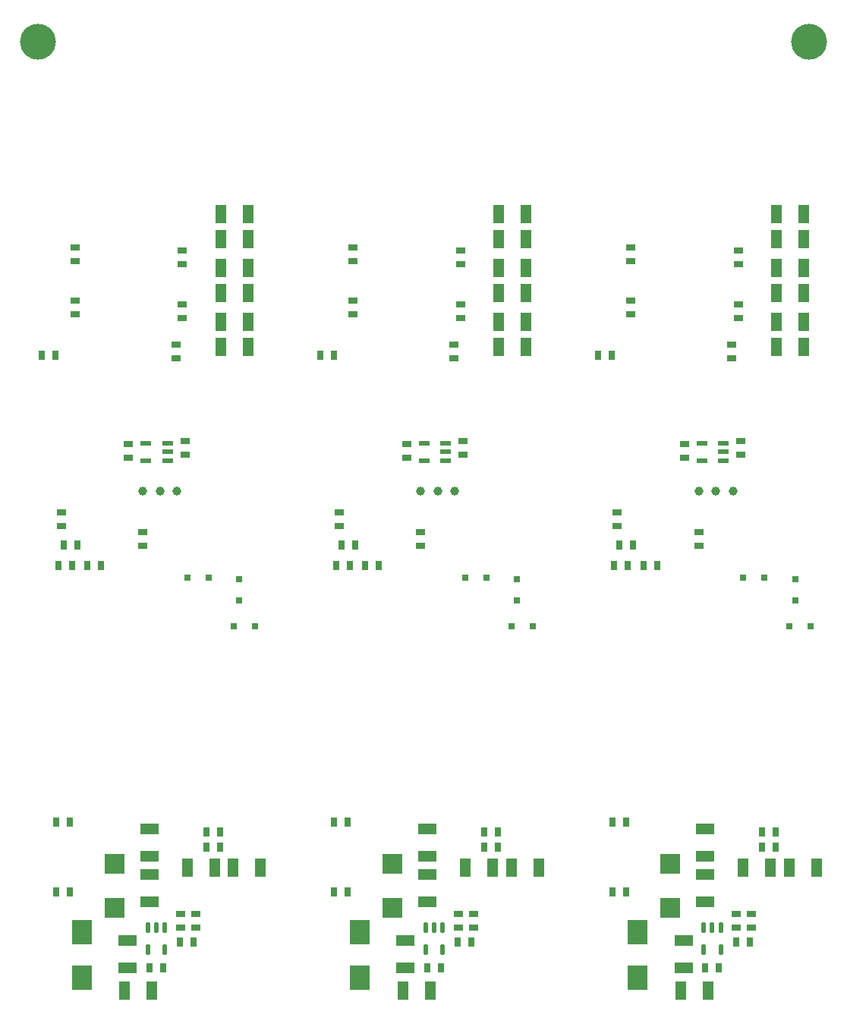
<source format=gbr>
%TF.GenerationSoftware,KiCad,Pcbnew,6.0.4-6f826c9f35~116~ubuntu20.04.1*%
%TF.CreationDate,2022-04-24T16:07:36+02:00*%
%TF.ProjectId,crawl_esc_pan,63726177-6c5f-4657-9363-5f70616e2e6b,rev?*%
%TF.SameCoordinates,Original*%
%TF.FileFunction,Paste,Bot*%
%TF.FilePolarity,Positive*%
%FSLAX46Y46*%
G04 Gerber Fmt 4.6, Leading zero omitted, Abs format (unit mm)*
G04 Created by KiCad (PCBNEW 6.0.4-6f826c9f35~116~ubuntu20.04.1) date 2022-04-24 16:07:36*
%MOMM*%
%LPD*%
G01*
G04 APERTURE LIST*
G04 Aperture macros list*
%AMRoundRect*
0 Rectangle with rounded corners*
0 $1 Rounding radius*
0 $2 $3 $4 $5 $6 $7 $8 $9 X,Y pos of 4 corners*
0 Add a 4 corners polygon primitive as box body*
4,1,4,$2,$3,$4,$5,$6,$7,$8,$9,$2,$3,0*
0 Add four circle primitives for the rounded corners*
1,1,$1+$1,$2,$3*
1,1,$1+$1,$4,$5*
1,1,$1+$1,$6,$7*
1,1,$1+$1,$8,$9*
0 Add four rect primitives between the rounded corners*
20,1,$1+$1,$2,$3,$4,$5,0*
20,1,$1+$1,$4,$5,$6,$7,0*
20,1,$1+$1,$6,$7,$8,$9,0*
20,1,$1+$1,$8,$9,$2,$3,0*%
G04 Aperture macros list end*
%ADD10R,2.260000X2.160000*%
%ADD11R,1.016000X0.762000*%
%ADD12R,0.762000X1.016000*%
%ADD13R,1.193800X2.006600*%
%ADD14RoundRect,0.147500X-0.147500X0.457500X-0.147500X-0.457500X0.147500X-0.457500X0.147500X0.457500X0*%
%ADD15R,2.200000X2.700000*%
%ADD16R,2.006600X1.193800*%
%ADD17C,1.000000*%
%ADD18R,0.800000X0.800000*%
%ADD19R,1.200000X0.600000*%
%ADD20C,4.000000*%
G04 APERTURE END LIST*
D10*
%TO.C,D13*%
X180499542Y-126649779D03*
X180499542Y-131549780D03*
%TD*%
D11*
%TO.C,R65*%
X187899542Y-132237779D03*
X187899542Y-133761779D03*
%TD*%
D12*
%TO.C,R66*%
X187837544Y-135399782D03*
X189361544Y-135399782D03*
%TD*%
%TO.C,C110*%
X185961542Y-138299781D03*
X184437542Y-138299781D03*
%TD*%
D13*
%TO.C,C95*%
X191723542Y-127099777D03*
X188675542Y-127099777D03*
%TD*%
%TO.C,C97*%
X193775542Y-127099777D03*
X196823542Y-127099777D03*
%TD*%
D14*
%TO.C,IC15*%
X184249542Y-136254779D03*
X186149544Y-136254779D03*
X186149544Y-133744782D03*
X185199542Y-133744782D03*
X184249542Y-133744782D03*
%TD*%
D15*
%TO.C,L8*%
X176899544Y-134249779D03*
X176899544Y-139349779D03*
%TD*%
D16*
%TO.C,C111*%
X184399545Y-127875781D03*
X184399545Y-130923781D03*
%TD*%
D11*
%TO.C,C107*%
X189599542Y-132237779D03*
X189599542Y-133761779D03*
%TD*%
D13*
%TO.C,C102*%
X181675542Y-140799779D03*
X184723542Y-140799779D03*
%TD*%
D12*
%TO.C,C113*%
X174037544Y-121999779D03*
X175561544Y-121999779D03*
%TD*%
%TO.C,R61*%
X192261542Y-124799777D03*
X190737542Y-124799777D03*
%TD*%
%TO.C,C94*%
X190737542Y-123099777D03*
X192261542Y-123099777D03*
%TD*%
D16*
%TO.C,C112*%
X184399542Y-125823779D03*
X184399542Y-122775779D03*
%TD*%
D12*
%TO.C,C114*%
X174037544Y-129799777D03*
X175561544Y-129799777D03*
%TD*%
D16*
%TO.C,C101*%
X181999544Y-138223782D03*
X181999544Y-135175782D03*
%TD*%
D10*
%TO.C,D11*%
X149499542Y-126649779D03*
X149499542Y-131549780D03*
%TD*%
D11*
%TO.C,R59*%
X156899542Y-132237779D03*
X156899542Y-133761779D03*
%TD*%
D12*
%TO.C,R60*%
X156837544Y-135399782D03*
X158361544Y-135399782D03*
%TD*%
%TO.C,C88*%
X154961542Y-138299781D03*
X153437542Y-138299781D03*
%TD*%
D13*
%TO.C,C73*%
X160723542Y-127099777D03*
X157675542Y-127099777D03*
%TD*%
%TO.C,C75*%
X162775542Y-127099777D03*
X165823542Y-127099777D03*
%TD*%
D14*
%TO.C,IC12*%
X153249542Y-136254779D03*
X155149544Y-136254779D03*
X155149544Y-133744782D03*
X154199542Y-133744782D03*
X153249542Y-133744782D03*
%TD*%
D15*
%TO.C,L6*%
X145899544Y-134249779D03*
X145899544Y-139349779D03*
%TD*%
D16*
%TO.C,C89*%
X153399545Y-127875781D03*
X153399545Y-130923781D03*
%TD*%
D11*
%TO.C,C85*%
X158599542Y-132237779D03*
X158599542Y-133761779D03*
%TD*%
D13*
%TO.C,C80*%
X150675542Y-140799779D03*
X153723542Y-140799779D03*
%TD*%
D12*
%TO.C,C91*%
X143037544Y-121999779D03*
X144561544Y-121999779D03*
%TD*%
%TO.C,R55*%
X161261542Y-124799777D03*
X159737542Y-124799777D03*
%TD*%
%TO.C,C72*%
X159737542Y-123099777D03*
X161261542Y-123099777D03*
%TD*%
D16*
%TO.C,C90*%
X153399542Y-125823779D03*
X153399542Y-122775779D03*
%TD*%
D12*
%TO.C,C92*%
X143037544Y-129799777D03*
X144561544Y-129799777D03*
%TD*%
D16*
%TO.C,C79*%
X150999544Y-138223782D03*
X150999544Y-135175782D03*
%TD*%
D17*
%TO.C,TP20*%
X183695416Y-85060072D03*
%TD*%
%TO.C,TP21*%
X187495416Y-85060072D03*
%TD*%
D18*
%TO.C,D7*%
X196200000Y-100199998D03*
X193800000Y-100199998D03*
%TD*%
D11*
%TO.C,C67*%
X188400000Y-81062000D03*
X188400000Y-79538000D03*
%TD*%
D12*
%TO.C,R54*%
X174833417Y-91060073D03*
X176357417Y-91060073D03*
%TD*%
D11*
%TO.C,C58*%
X183695416Y-89698074D03*
X183695416Y-91222074D03*
%TD*%
%TO.C,L4*%
X174595416Y-87498073D03*
X174595416Y-89022073D03*
%TD*%
D19*
%TO.C,IC7*%
X186445403Y-79770187D03*
X186445403Y-80720147D03*
X186445403Y-81670107D03*
X184045402Y-81670107D03*
X184045402Y-79770187D03*
%TD*%
D11*
%TO.C,C60*%
X182100000Y-81362000D03*
X182100000Y-79838000D03*
%TD*%
D18*
%TO.C,D8*%
X194438000Y-94899998D03*
X194438000Y-97299998D03*
%TD*%
%TO.C,D9*%
X188645416Y-94699998D03*
X191045416Y-94699998D03*
%TD*%
D12*
%TO.C,C65*%
X179038417Y-93411757D03*
X177514417Y-93411757D03*
%TD*%
%TO.C,R44*%
X174266164Y-93399998D03*
X175790164Y-93399998D03*
%TD*%
D17*
%TO.C,TP19*%
X185595417Y-85060072D03*
%TD*%
%TO.C,TP17*%
X152695416Y-85060072D03*
%TD*%
%TO.C,TP18*%
X156495416Y-85060072D03*
%TD*%
D18*
%TO.C,D4*%
X165200000Y-100199998D03*
X162800000Y-100199998D03*
%TD*%
D11*
%TO.C,C51*%
X157400000Y-81062000D03*
X157400000Y-79538000D03*
%TD*%
D12*
%TO.C,R40*%
X143833417Y-91060073D03*
X145357417Y-91060073D03*
%TD*%
D11*
%TO.C,C42*%
X152695416Y-89698074D03*
X152695416Y-91222074D03*
%TD*%
%TO.C,L3*%
X143595416Y-87498073D03*
X143595416Y-89022073D03*
%TD*%
D19*
%TO.C,IC4*%
X155445403Y-79770187D03*
X155445403Y-80720147D03*
X155445403Y-81670107D03*
X153045402Y-81670107D03*
X153045402Y-79770187D03*
%TD*%
D11*
%TO.C,C44*%
X151100000Y-81362000D03*
X151100000Y-79838000D03*
%TD*%
D18*
%TO.C,D5*%
X163438000Y-94899998D03*
X163438000Y-97299998D03*
%TD*%
%TO.C,D6*%
X157645416Y-94699998D03*
X160045416Y-94699998D03*
%TD*%
D12*
%TO.C,C49*%
X148038417Y-93411757D03*
X146514417Y-93411757D03*
%TD*%
%TO.C,R30*%
X143266164Y-93399998D03*
X144790164Y-93399998D03*
%TD*%
D17*
%TO.C,TP16*%
X154595417Y-85060072D03*
%TD*%
D11*
%TO.C,R21*%
X187350000Y-70266998D03*
X187350000Y-68742998D03*
%TD*%
D13*
%TO.C,C36*%
X192375998Y-66199998D03*
X195423998Y-66199998D03*
%TD*%
%TO.C,C33*%
X192390267Y-60174998D03*
X195438267Y-60174998D03*
%TD*%
%TO.C,C37*%
X192376003Y-57000002D03*
X195424003Y-57000002D03*
%TD*%
D11*
%TO.C,R25*%
X176100000Y-65362000D03*
X176100000Y-63838000D03*
%TD*%
D12*
%TO.C,R24*%
X172438000Y-69899998D03*
X173962000Y-69899998D03*
%TD*%
D13*
%TO.C,C34*%
X192390267Y-62974994D03*
X195438267Y-62974994D03*
%TD*%
%TO.C,C35*%
X192375998Y-68999996D03*
X195423998Y-68999996D03*
%TD*%
%TO.C,C38*%
X192376003Y-54200000D03*
X195424003Y-54200000D03*
%TD*%
D11*
%TO.C,R26*%
X176100000Y-59461998D03*
X176100000Y-57937998D03*
%TD*%
%TO.C,R22*%
X188100002Y-65811998D03*
X188100002Y-64287998D03*
%TD*%
%TO.C,R23*%
X188100002Y-59811998D03*
X188100002Y-58287998D03*
%TD*%
%TO.C,R15*%
X156350000Y-70266998D03*
X156350000Y-68742998D03*
%TD*%
D13*
%TO.C,C28*%
X161375998Y-66199998D03*
X164423998Y-66199998D03*
%TD*%
%TO.C,C25*%
X161390267Y-60174998D03*
X164438267Y-60174998D03*
%TD*%
%TO.C,C29*%
X161376003Y-57000002D03*
X164424003Y-57000002D03*
%TD*%
D11*
%TO.C,R19*%
X145100000Y-65362000D03*
X145100000Y-63838000D03*
%TD*%
D12*
%TO.C,R18*%
X141438000Y-69899998D03*
X142962000Y-69899998D03*
%TD*%
D13*
%TO.C,C26*%
X161390267Y-62974994D03*
X164438267Y-62974994D03*
%TD*%
%TO.C,C27*%
X161375998Y-68999996D03*
X164423998Y-68999996D03*
%TD*%
%TO.C,C30*%
X161376003Y-54200000D03*
X164424003Y-54200000D03*
%TD*%
D11*
%TO.C,R20*%
X145100000Y-59461998D03*
X145100000Y-57937998D03*
%TD*%
%TO.C,R16*%
X157100002Y-65811998D03*
X157100002Y-64287998D03*
%TD*%
%TO.C,R17*%
X157100002Y-59811998D03*
X157100002Y-58287998D03*
%TD*%
D20*
%TO.C,*%
X196000000Y-35000000D03*
%TD*%
%TO.C,*%
X110000000Y-35000000D03*
%TD*%
D13*
%TO.C,C3*%
X130390267Y-60174998D03*
X133438267Y-60174998D03*
%TD*%
%TO.C,C7*%
X130376003Y-57000002D03*
X133424003Y-57000002D03*
%TD*%
D11*
%TO.C,R5*%
X114100000Y-65362000D03*
X114100000Y-63838000D03*
%TD*%
D13*
%TO.C,C8*%
X130376003Y-54200000D03*
X133424003Y-54200000D03*
%TD*%
%TO.C,C5*%
X130375998Y-68999996D03*
X133423998Y-68999996D03*
%TD*%
D11*
%TO.C,R1*%
X125350000Y-70266998D03*
X125350000Y-68742998D03*
%TD*%
%TO.C,R3*%
X126100002Y-59811998D03*
X126100002Y-58287998D03*
%TD*%
%TO.C,R2*%
X126100002Y-65811998D03*
X126100002Y-64287998D03*
%TD*%
D13*
%TO.C,C6*%
X130375998Y-66199998D03*
X133423998Y-66199998D03*
%TD*%
D11*
%TO.C,R6*%
X114100000Y-59461998D03*
X114100000Y-57937998D03*
%TD*%
D12*
%TO.C,R4*%
X110438000Y-69899998D03*
X111962000Y-69899998D03*
%TD*%
D13*
%TO.C,C4*%
X130390267Y-62974994D03*
X133438267Y-62974994D03*
%TD*%
D17*
%TO.C,TP1*%
X123595417Y-85060072D03*
%TD*%
%TO.C,TP3*%
X125495416Y-85060072D03*
%TD*%
%TO.C,TP2*%
X121695416Y-85060072D03*
%TD*%
D12*
%TO.C,R4*%
X112266164Y-93399998D03*
X113790164Y-93399998D03*
%TD*%
%TO.C,C11*%
X117038417Y-93411757D03*
X115514417Y-93411757D03*
%TD*%
D18*
%TO.C,D3*%
X126645416Y-94699998D03*
X129045416Y-94699998D03*
%TD*%
%TO.C,D2*%
X132438000Y-94899998D03*
X132438000Y-97299998D03*
%TD*%
D11*
%TO.C,C6*%
X120100000Y-81362000D03*
X120100000Y-79838000D03*
%TD*%
D19*
%TO.C,IC1*%
X124445403Y-79770187D03*
X124445403Y-80720147D03*
X124445403Y-81670107D03*
X122045402Y-81670107D03*
X122045402Y-79770187D03*
%TD*%
D11*
%TO.C,L1*%
X112595416Y-87498073D03*
X112595416Y-89022073D03*
%TD*%
%TO.C,C4*%
X121695416Y-89698074D03*
X121695416Y-91222074D03*
%TD*%
D12*
%TO.C,R14*%
X112833417Y-91060073D03*
X114357417Y-91060073D03*
%TD*%
D11*
%TO.C,C13*%
X126400000Y-81062000D03*
X126400000Y-79538000D03*
%TD*%
D18*
%TO.C,D1*%
X134200000Y-100199998D03*
X131800000Y-100199998D03*
%TD*%
D16*
%TO.C,C9*%
X119999544Y-138223782D03*
X119999544Y-135175782D03*
%TD*%
%TO.C,C20*%
X122399542Y-125823779D03*
X122399542Y-122775779D03*
%TD*%
D12*
%TO.C,C2*%
X128737542Y-123099777D03*
X130261542Y-123099777D03*
%TD*%
%TO.C,R1*%
X130261542Y-124799777D03*
X128737542Y-124799777D03*
%TD*%
%TO.C,C21*%
X112037544Y-121999779D03*
X113561544Y-121999779D03*
%TD*%
D13*
%TO.C,C3*%
X129723542Y-127099777D03*
X126675542Y-127099777D03*
%TD*%
D12*
%TO.C,C18*%
X123961542Y-138299781D03*
X122437542Y-138299781D03*
%TD*%
%TO.C,R6*%
X125837544Y-135399782D03*
X127361544Y-135399782D03*
%TD*%
D11*
%TO.C,R5*%
X125899542Y-132237779D03*
X125899542Y-133761779D03*
%TD*%
D10*
%TO.C,D2*%
X118499542Y-126649779D03*
X118499542Y-131549780D03*
%TD*%
D12*
%TO.C,C22*%
X112037544Y-129799777D03*
X113561544Y-129799777D03*
%TD*%
D13*
%TO.C,C10*%
X119675542Y-140799779D03*
X122723542Y-140799779D03*
%TD*%
D11*
%TO.C,C15*%
X127599542Y-132237779D03*
X127599542Y-133761779D03*
%TD*%
D16*
%TO.C,C19*%
X122399545Y-127875781D03*
X122399545Y-130923781D03*
%TD*%
D15*
%TO.C,L2*%
X114899544Y-134249779D03*
X114899544Y-139349779D03*
%TD*%
D14*
%TO.C,IC3*%
X122249542Y-136254779D03*
X124149544Y-136254779D03*
X124149544Y-133744782D03*
X123199542Y-133744782D03*
X122249542Y-133744782D03*
%TD*%
D13*
%TO.C,C5*%
X131775542Y-127099777D03*
X134823542Y-127099777D03*
%TD*%
M02*

</source>
